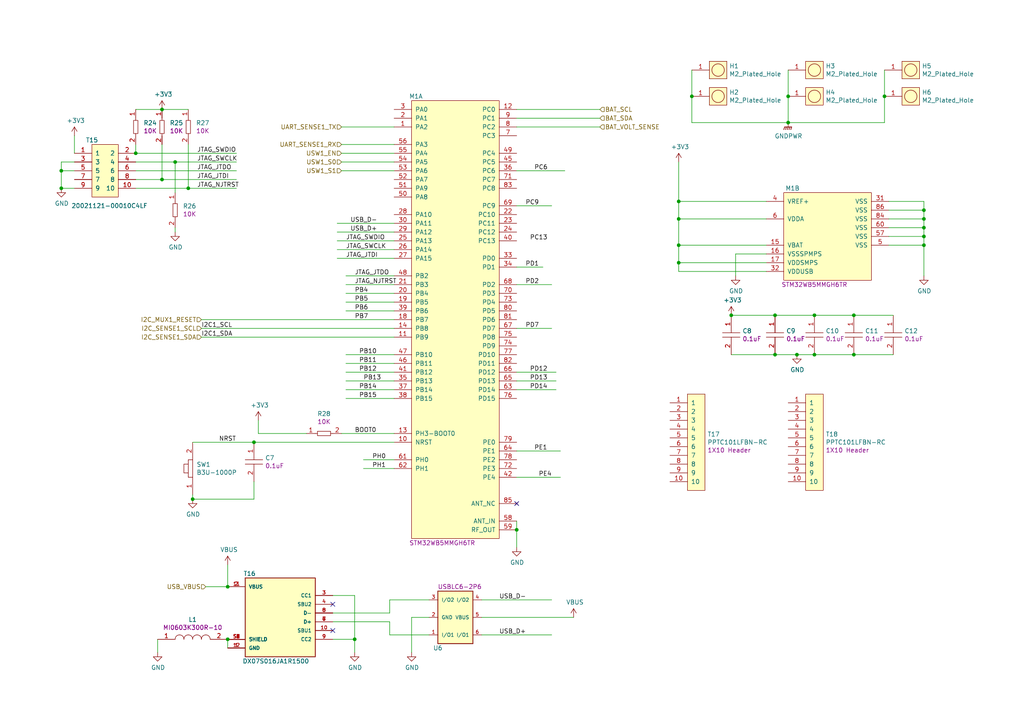
<source format=kicad_sch>
(kicad_sch (version 20231120) (generator "eeschema") (generator_version "8.0")
  (paper "A4")
  (junction (at 55.88 144.78))
  (junction (at 46.99 31.75))
  (junction (at 267.97 60.96))
  (junction (at 50.8 46.99))
  (junction (at 228.6 27.94))
  (junction (at 73.66 128.27))
  (junction (at 267.97 66.04))
  (junction (at 66.04 170.18))
  (junction (at 46.99 52.07))
  (junction (at 66.04 185.42))
  (junction (at 267.97 68.58))
  (junction (at 196.85 58.42))
  (junction (at 102.87 185.42))
  (junction (at 231.14 102.87))
  (junction (at 17.78 54.61))
  (junction (at 212.09 91.44))
  (junction (at 54.61 54.61))
  (junction (at 17.78 49.53))
  (junction (at 224.79 102.87))
  (junction (at 200.66 27.94))
  (junction (at 247.65 102.87))
  (junction (at 196.85 71.12))
  (junction (at 224.79 91.44))
  (junction (at 228.6 35.56))
  (junction (at 196.85 63.5))
  (junction (at 267.97 71.12))
  (junction (at 236.22 91.44))
  (junction (at 247.65 91.44))
  (junction (at 236.22 102.87))
  (junction (at 149.86 153.67))
  (junction (at 256.54 27.94))
  (junction (at 196.85 76.2))
  (junction (at 39.37 44.45))
  (junction (at 267.97 63.5))
  (no_connect (at 96.52 182.88))
  (no_connect (at 149.86 146.05))
  (no_connect (at 96.52 175.26))
  (wire (pts (xy 68.58 49.53) (xy 39.37 49.53)))
  (wire (pts (xy 114.3 80.01) (xy 100.33 80.01)))
  (wire (pts (xy 173.99 31.75) (xy 149.86 31.75)))
  (wire (pts (xy 222.25 58.42) (xy 196.85 58.42)))
  (wire (pts (xy 149.86 95.25) (xy 160.02 95.25)))
  (wire (pts (xy 39.37 41.91) (xy 39.37 44.45)))
  (wire (pts (xy 114.3 44.45) (xy 99.06 44.45)))
  (wire (pts (xy 114.3 87.63) (xy 100.33 87.63)))
  (wire (pts (xy 224.79 102.87) (xy 231.14 102.87)))
  (wire (pts (xy 267.97 71.12) (xy 267.97 80.01)))
  (wire (pts (xy 173.99 36.83) (xy 149.86 36.83)))
  (wire (pts (xy 55.88 143.51) (xy 55.88 144.78)))
  (wire (pts (xy 196.85 63.5) (xy 196.85 58.42)))
  (wire (pts (xy 257.81 60.96) (xy 267.97 60.96)))
  (wire (pts (xy 68.58 54.61) (xy 54.61 54.61)))
  (wire (pts (xy 114.3 72.39) (xy 97.79 72.39)))
  (wire (pts (xy 196.85 71.12) (xy 196.85 63.5)))
  (wire (pts (xy 149.86 138.43) (xy 162.56 138.43)))
  (wire (pts (xy 224.79 91.44) (xy 236.22 91.44)))
  (wire (pts (xy 257.81 66.04) (xy 267.97 66.04)))
  (wire (pts (xy 99.06 41.91) (xy 114.3 41.91)))
  (wire (pts (xy 54.61 54.61) (xy 39.37 54.61)))
  (wire (pts (xy 114.3 135.89) (xy 105.41 135.89)))
  (wire (pts (xy 102.87 189.23) (xy 102.87 185.42)))
  (wire (pts (xy 228.6 35.56) (xy 256.54 35.56)))
  (wire (pts (xy 267.97 58.42) (xy 267.97 60.96)))
  (wire (pts (xy 236.22 91.44) (xy 247.65 91.44)))
  (wire (pts (xy 114.3 85.09) (xy 100.33 85.09)))
  (wire (pts (xy 66.04 163.83) (xy 66.04 170.18)))
  (wire (pts (xy 46.99 52.07) (xy 68.58 52.07)))
  (wire (pts (xy 114.3 69.85) (xy 97.79 69.85)))
  (wire (pts (xy 39.37 52.07) (xy 46.99 52.07)))
  (wire (pts (xy 124.46 179.07) (xy 119.38 179.07)))
  (wire (pts (xy 256.54 27.94) (xy 256.54 20.32)))
  (wire (pts (xy 114.3 102.87) (xy 100.33 102.87)))
  (wire (pts (xy 212.09 91.44) (xy 224.79 91.44)))
  (wire (pts (xy 55.88 144.78) (xy 73.66 144.78)))
  (wire (pts (xy 149.86 77.47) (xy 157.48 77.47)))
  (wire (pts (xy 97.79 74.93) (xy 114.3 74.93)))
  (wire (pts (xy 200.66 35.56) (xy 228.6 35.56)))
  (wire (pts (xy 222.25 63.5) (xy 196.85 63.5)))
  (wire (pts (xy 228.6 35.56) (xy 228.6 27.94)))
  (wire (pts (xy 231.14 102.87) (xy 236.22 102.87)))
  (wire (pts (xy 96.52 172.72) (xy 102.87 172.72)))
  (wire (pts (xy 74.93 125.73) (xy 88.9 125.73)))
  (wire (pts (xy 236.22 102.87) (xy 247.65 102.87)))
  (wire (pts (xy 257.81 58.42) (xy 267.97 58.42)))
  (wire (pts (xy 113.03 173.99) (xy 124.46 173.99)))
  (wire (pts (xy 114.3 82.55) (xy 100.33 82.55)))
  (wire (pts (xy 66.04 170.18) (xy 59.69 170.18)))
  (wire (pts (xy 196.85 76.2) (xy 196.85 71.12)))
  (wire (pts (xy 267.97 68.58) (xy 267.97 71.12)))
  (wire (pts (xy 114.3 97.79) (xy 58.42 97.79)))
  (wire (pts (xy 45.72 185.42) (xy 45.72 189.23)))
  (wire (pts (xy 114.3 125.73) (xy 99.06 125.73)))
  (wire (pts (xy 17.78 46.99) (xy 17.78 49.53)))
  (wire (pts (xy 21.59 49.53) (xy 17.78 49.53)))
  (wire (pts (xy 267.97 63.5) (xy 267.97 66.04)))
  (wire (pts (xy 73.66 144.78) (xy 73.66 139.7)))
  (wire (pts (xy 139.7 173.99) (xy 160.02 173.99)))
  (wire (pts (xy 54.61 41.91) (xy 54.61 54.61)))
  (wire (pts (xy 113.03 177.8) (xy 113.03 173.99)))
  (wire (pts (xy 222.25 71.12) (xy 196.85 71.12)))
  (wire (pts (xy 149.86 82.55) (xy 160.02 82.55)))
  (wire (pts (xy 247.65 102.87) (xy 259.08 102.87)))
  (wire (pts (xy 200.66 20.32) (xy 200.66 27.94)))
  (wire (pts (xy 96.52 177.8) (xy 113.03 177.8)))
  (wire (pts (xy 139.7 184.15) (xy 160.02 184.15)))
  (wire (pts (xy 149.86 151.13) (xy 149.86 153.67)))
  (wire (pts (xy 17.78 49.53) (xy 17.78 54.61)))
  (wire (pts (xy 54.61 31.75) (xy 46.99 31.75)))
  (wire (pts (xy 21.59 46.99) (xy 17.78 46.99)))
  (wire (pts (xy 74.93 121.92) (xy 74.93 125.73)))
  (wire (pts (xy 259.08 91.44) (xy 247.65 91.44)))
  (wire (pts (xy 222.25 76.2) (xy 196.85 76.2)))
  (wire (pts (xy 114.3 64.77) (xy 97.79 64.77)))
  (wire (pts (xy 173.99 34.29) (xy 149.86 34.29)))
  (wire (pts (xy 213.36 73.66) (xy 213.36 80.01)))
  (wire (pts (xy 21.59 44.45) (xy 21.59 39.37)))
  (wire (pts (xy 68.58 44.45) (xy 39.37 44.45)))
  (wire (pts (xy 149.86 113.03) (xy 161.29 113.03)))
  (wire (pts (xy 99.06 49.53) (xy 114.3 49.53)))
  (wire (pts (xy 267.97 60.96) (xy 267.97 63.5)))
  (wire (pts (xy 257.81 68.58) (xy 267.97 68.58)))
  (wire (pts (xy 114.3 92.71) (xy 58.42 92.71)))
  (wire (pts (xy 46.99 41.91) (xy 46.99 52.07)))
  (wire (pts (xy 149.86 59.69) (xy 160.02 59.69)))
  (wire (pts (xy 267.97 66.04) (xy 267.97 68.58)))
  (wire (pts (xy 21.59 54.61) (xy 17.78 54.61)))
  (wire (pts (xy 114.3 128.27) (xy 73.66 128.27)))
  (wire (pts (xy 212.09 102.87) (xy 224.79 102.87)))
  (wire (pts (xy 96.52 180.34) (xy 113.03 180.34)))
  (wire (pts (xy 139.7 179.07) (xy 166.37 179.07)))
  (wire (pts (xy 102.87 172.72) (xy 102.87 185.42)))
  (wire (pts (xy 99.06 36.83) (xy 114.3 36.83)))
  (wire (pts (xy 114.3 133.35) (xy 105.41 133.35)))
  (wire (pts (xy 50.8 67.31) (xy 50.8 66.04)))
  (wire (pts (xy 196.85 78.74) (xy 222.25 78.74)))
  (wire (pts (xy 196.85 76.2) (xy 196.85 78.74)))
  (wire (pts (xy 50.8 55.88) (xy 50.8 46.99)))
  (wire (pts (xy 196.85 58.42) (xy 196.85 46.99)))
  (wire (pts (xy 113.03 184.15) (xy 124.46 184.15)))
  (wire (pts (xy 50.8 46.99) (xy 68.58 46.99)))
  (wire (pts (xy 200.66 27.94) (xy 200.66 35.56)))
  (wire (pts (xy 114.3 105.41) (xy 100.33 105.41)))
  (wire (pts (xy 46.99 31.75) (xy 39.37 31.75)))
  (wire (pts (xy 256.54 35.56) (xy 256.54 27.94)))
  (wire (pts (xy 257.81 63.5) (xy 267.97 63.5)))
  (wire (pts (xy 222.25 73.66) (xy 213.36 73.66)))
  (wire (pts (xy 257.81 71.12) (xy 267.97 71.12)))
  (wire (pts (xy 99.06 46.99) (xy 114.3 46.99)))
  (wire (pts (xy 113.03 180.34) (xy 113.03 184.15)))
  (wire (pts (xy 114.3 67.31) (xy 97.79 67.31)))
  (wire (pts (xy 114.3 107.95) (xy 100.33 107.95)))
  (wire (pts (xy 149.86 153.67) (xy 149.86 158.75)))
  (wire (pts (xy 73.66 128.27) (xy 55.88 128.27)))
  (wire (pts (xy 114.3 113.03) (xy 100.33 113.03)))
  (wire (pts (xy 66.04 185.42) (xy 66.04 187.96)))
  (wire (pts (xy 114.3 95.25) (xy 58.42 95.25)))
  (wire (pts (xy 114.3 115.57) (xy 100.33 115.57)))
  (wire (pts (xy 119.38 179.07) (xy 119.38 189.23)))
  (wire (pts (xy 114.3 90.17) (xy 100.33 90.17)))
  (wire (pts (xy 149.86 49.53) (xy 163.83 49.53)))
  (wire (pts (xy 100.33 110.49) (xy 114.3 110.49)))
  (wire (pts (xy 102.87 185.42) (xy 96.52 185.42)))
  (wire (pts (xy 39.37 46.99) (xy 50.8 46.99)))
  (wire (pts (xy 149.86 107.95) (xy 161.29 107.95)))
  (wire (pts (xy 149.86 110.49) (xy 161.29 110.49)))
  (wire (pts (xy 228.6 27.94) (xy 228.6 20.32)))
  (wire (pts (xy 149.86 130.81) (xy 162.56 130.81)))
  (label "I2C1_SCL" (at 58.42 95.25 0))
  (label "JTAG_NJTRST" (at 102.87 82.55 0))
  (label "PB7" (at 102.87 92.71 0))
  (label "PB5" (at 102.87 87.63 0))
  (label "NRST" (at 63.5 128.27 0))
  (label "PD14" (at 153.67 113.03 0))
  (label "PB11" (at 104.14 105.41 0))
  (label "USB_D-" (at 144.78 173.99 0))
  (label "JTAG_SWCLK" (at 100.33 72.39 0))
  (label "PD7" (at 152.4 95.25 0))
  (label "PB12" (at 104.14 107.95 0))
  (label "JTAG_SWDIO" (at 57.15 44.45 0))
  (label "JTAG_NJTRST" (at 57.15 54.61 0))
  (label "I2C1_SDA" (at 58.42 97.79 0))
  (label "JTAG_JTDI" (at 57.15 52.07 0))
  (label "USB_D+" (at 101.6 67.31 0))
  (label "PH0" (at 107.95 133.35 0))
  (label "PE4" (at 156.21 138.43 0))
  (label "PB4" (at 102.87 85.09 0))
  (label "USB_D+" (at 144.78 184.15 0))
  (label "PE1" (at 154.94 130.81 0))
  (label "PC6" (at 154.94 49.53 0))
  (label "PD1" (at 152.4 77.47 0))
  (label "PC13" (at 153.67 69.85 0))
  (label "BOOT0" (at 102.87 125.73 0))
  (label "PH1" (at 107.95 135.89 0))
  (label "JTAG_JTDO" (at 102.87 80.01 0))
  (label "PB6" (at 102.87 90.17 0))
  (label "JTAG_JTDI" (at 100.33 74.93 0))
  (label "PD12" (at 153.67 107.95 0))
  (label "PD13" (at 153.67 110.49 0))
  (label "PB10" (at 104.14 102.87 0))
  (label "JTAG_JTDO" (at 57.15 49.53 0))
  (label "PB13" (at 105.41 110.49 0))
  (label "PB15" (at 104.14 115.57 0))
  (label "PD2" (at 152.4 82.55 0))
  (label "PB14" (at 104.14 113.03 0))
  (label "JTAG_SWDIO" (at 100.33 69.85 0))
  (label "USB_D-" (at 101.6 64.77 0))
  (label "PC9" (at 152.4 59.69 0))
  (label "JTAG_SWCLK" (at 57.15 46.99 0))
  (hierarchical_label "BAT_SCL" (shape input) (at 173.99 31.75 0))
  (hierarchical_label "BAT_SDA" (shape input) (at 173.99 34.29 0))
  (hierarchical_label "USW1_S1" (shape input) (at 99.06 49.53 180))
  (hierarchical_label "I2C_MUX1_RESET" (shape input) (at 58.42 92.71 180))
  (hierarchical_label "I2C_SENSE1_SCL" (shape input) (at 58.42 95.25 180))
  (hierarchical_label "UART_SENSE1_TX" (shape input) (at 99.06 36.83 180))
  (hierarchical_label "I2C_SENSE1_SDA" (shape input) (at 58.42 97.79 180))
  (hierarchical_label "USB_VBUS" (shape input) (at 59.69 170.18 180))
  (hierarchical_label "UART_SENSE1_RX" (shape input) (at 99.06 41.91 180))
  (hierarchical_label "USW1_EN" (shape input) (at 99.06 44.45 180))
  (hierarchical_label "BAT_VOLT_SENSE" (shape input) (at 173.99 36.83 0))
  (hierarchical_label "USW1_S0" (shape input) (at 99.06 46.99 180))
  (symbol (lib_id "AVR-KiCAD-Lib-Modules:STM32WB5MMGH6TR") (at 119.38 29.21 0) (unit 1)
    (property "Reference" "M1" (at 120.65 27.94 0))
    (property "Value" "STM32WB5MMGH6TR" (effects (hide yes)))
    (property "Footprint" "AVR-KiCAD-Lib-Modules:STM32WB5MMGH6TR" (effects (hide yes)))
    (property "Datasheet" "https://www.st.com/resource/en/datasheet/stm32wb5mmg.pdf" (effects (hide yes)))
    (property "Cost QTY: 1" "12.98000" (effects (hide yes)))
    (property "Cost QTY: 1000" "9.01250" (effects (hide yes)))
    (property "Cost QTY: 2500" "*" (effects (hide yes)))
    (property "Cost QTY: 5000" "*" (effects (hide yes)))
    (property "Cost QTY: 10000" "*" (effects (hide yes)))
    (property "MFR" "STMicroelectronics" (effects (hide yes)))
    (property "MFR#" "STM32WB5MMGH6TR" (effects (hide yes)))
    (property "Vendor" "Digikey" (effects (hide yes)))
    (property "Vendor #" "497-STM32WB5MMGH6TR-ND" (effects (hide yes)))
    (property "Designer" "AVR" (effects (hide yes)))
    (property "Height" "1.382mm" (effects (hide yes)))
    (property "Date Created" "2/8/2021" (effects (hide yes)))
    (property "Date Modified" "2/8/2021" (effects (hide yes)))
    (property "Lead-Free ?" "Yes" (effects (hide yes)))
    (property "RoHS Levels" "1" (effects (hide yes)))
    (property "Mounting" "SMT" (effects (hide yes)))
    (property "Pin Count #" "86" (effects (hide yes)))
    (property "Status" "Active" (effects (hide yes)))
    (property "Tolerance" "*" (effects (hide yes)))
    (property "Type" "RF and MCU Integrated Module" (effects (hide yes)))
    (property "Voltage" "1.71-3.6V" (effects (hide yes)))
    (property "Package" "*" (effects (hide yes)))
    (property "Description" "802.15.4, Bluetooth Bluetooth v5.0, Thread, Zigbee® Transceiver Module 2.4GHz Integrated, Chip Surface Mount" (effects (hide yes)))
    (property "_Value_" "STM32WB5MMGH6TR" (at 128.27 157.48 0))
    (property "Management_ID" "*" (effects (hide yes)))
  )
  (symbol (lib_id "AVR-KiCAD-Lib-Modules:STM32WB5MMGH6TR") (at 227.33 55.88 0) (unit 2)
    (property "Reference" "M1" (at 229.87 54.61 0))
    (property "Value" "STM32WB5MMGH6TR" (effects (hide yes)))
    (property "Footprint" "AVR-KiCAD-Lib-Modules:STM32WB5MMGH6TR" (effects (hide yes)))
    (property "Datasheet" "https://www.st.com/resource/en/datasheet/stm32wb5mmg.pdf" (effects (hide yes)))
    (property "Cost QTY: 1" "12.98000" (effects (hide yes)))
    (property "Cost QTY: 1000" "9.01250" (effects (hide yes)))
    (property "Cost QTY: 2500" "*" (effects (hide yes)))
    (property "Cost QTY: 5000" "*" (effects (hide yes)))
    (property "Cost QTY: 10000" "*" (effects (hide yes)))
    (property "MFR" "STMicroelectronics" (effects (hide yes)))
    (property "MFR#" "STM32WB5MMGH6TR" (effects (hide yes)))
    (property "Vendor" "Digikey" (effects (hide yes)))
    (property "Vendor #" "497-STM32WB5MMGH6TR-ND" (effects (hide yes)))
    (property "Designer" "AVR" (effects (hide yes)))
    (property "Height" "1.382mm" (effects (hide yes)))
    (property "Date Created" "2/8/2021" (effects (hide yes)))
    (property "Date Modified" "2/8/2021" (effects (hide yes)))
    (property "Lead-Free ?" "Yes" (effects (hide yes)))
    (property "RoHS Levels" "1" (effects (hide yes)))
    (property "Mounting" "SMT" (effects (hide yes)))
    (property "Pin Count #" "86" (effects (hide yes)))
    (property "Status" "Active" (effects (hide yes)))
    (property "Tolerance" "*" (effects (hide yes)))
    (property "Type" "RF and MCU Integrated Module" (effects (hide yes)))
    (property "Voltage" "1.71-3.6V" (effects (hide yes)))
    (property "Package" "*" (effects (hide yes)))
    (property "Description" "802.15.4, Bluetooth Bluetooth v5.0, Thread, Zigbee® Transceiver Module 2.4GHz Integrated, Chip Surface Mount" (effects (hide yes)))
    (property "_Value_" "STM32WB5MMGH6TR" (at 236.22 82.55 0))
    (property "Management_ID" "*" (effects (hide yes)))
  )
  (symbol (lib_id "agricoltura-SunLeaf-2.4G-rescue:GND-power") (at 267.97 80.01 0) (unit 1)
    (property "Reference" "#PWR053" (effects (hide yes)))
    (property "Value" "GND" (at 268.097 84.4042 0))
  )
  (symbol (lib_id "AVR-KiCAD-Lib-Connectors:20021121-00010C4LF") (at 26.67 41.91 0) (unit 1)
    (property "Reference" "T15" (at 26.67 40.64 0))
    (property "Value" "20021121-00010C4LF" (at 31.75 59.69 0))
    (property "Footprint" "AVR-KiCAD-Lib-Connectors:20021121-00010C4LF" (effects (hide yes)))
    (property "Datasheet" "https://cdn.amphenol-icc.com/media/wysiwyg/files/drawing/20021121.pdf" (effects (hide yes)))
    (property "Cost QTY: 1" "0.87000" (effects (hide yes)))
    (property "Cost QTY: 1000" "*" (effects (hide yes)))
    (property "Cost QTY: 2500" "*" (effects (hide yes)))
    (property "Cost QTY: 5000" "*" (effects (hide yes)))
    (property "Cost QTY: 10000" "*" (effects (hide yes)))
    (property "MFR" "Amphenol ICC (FCI)" (effects (hide yes)))
    (property "MFR#" "20021121-00010C4LF" (effects (hide yes)))
    (property "Vendor" "Digikey" (effects (hide yes)))
    (property "Vendor #" "609-3695-1-ND" (effects (hide yes)))
    (property "Designer" "AVR" (effects (hide yes)))
    (property "Height" "5.5mm" (effects (hide yes)))
    (property "Date Created" "6/16/2020" (effects (hide yes)))
    (property "Date Modified" "6/16/2020" (effects (hide yes)))
    (property "Lead-Free ?" "Yes" (effects (hide yes)))
    (property "RoHS Levels" "1" (effects (hide yes)))
    (property "Mounting" "SMT" (effects (hide yes)))
    (property "Pin Count #" "10" (effects (hide yes)))
    (property "Status" "Active" (effects (hide yes)))
    (property "Tolerance" "*" (effects (hide yes)))
    (property "Type" "SMT Pin Header" (effects (hide yes)))
    (property "Voltage" "*" (effects (hide yes)))
    (property "Package" "*" (effects (hide yes)))
    (property "Description" "CONN HEADER SMD 10POS 1.27MM" (effects (hide yes)))
    (property "_Value_" "20021121-00010C4LF" (effects (hide yes)))
    (property "Management_ID" "*" (effects (hide yes)))
  )
  (symbol (lib_id "agricoltura-SunLeaf-2.4G-rescue:+3V3-power") (at 196.85 46.99 0) (unit 1)
    (property "Reference" "#PWR049" (effects (hide yes)))
    (property "Value" "+3V3" (at 197.231 42.5958 0))
  )
  (symbol (lib_id "agricoltura-SunLeaf-2.4G-rescue:GND-power") (at 213.36 80.01 0) (unit 1)
    (property "Reference" "#PWR051" (effects (hide yes)))
    (property "Value" "GND" (at 213.487 84.4042 0))
  )
  (symbol (lib_id "agricoltura-SunLeaf-2.4G-rescue:GND-power") (at 149.86 158.75 0) (unit 1)
    (property "Reference" "#PWR047" (effects (hide yes)))
    (property "Value" "GND" (at 149.987 163.1442 0))
  )
  (symbol (lib_id "AVR-KiCAD-Lib-Resistors:RC0402FR-0710KL") (at 93.98 125.73 0) (unit 1)
    (property "Reference" "R28" (at 93.98 120.015 0))
    (property "Value" "RC0402FR-0710KL" (effects (hide yes)))
    (property "Footprint" "AVR-KiCAD-Lib-Resistors:R0402" (effects (hide yes)))
    (property "Datasheet" "https://www.yageo.com/upload/media/product/productsearch/datasheet/rchip/PYu-RC_Group_51_RoHS_L_10.pdf" (effects (hide yes)))
    (property "Cost QTY: 1" "0.10000" (effects (hide yes)))
    (property "Cost QTY: 1000" "0.00289" (effects (hide yes)))
    (property "Cost QTY: 2500" "0.00251" (effects (hide yes)))
    (property "Cost QTY: 5000" "0.00207" (effects (hide yes)))
    (property "Cost QTY: 10000" "*" (effects (hide yes)))
    (property "MFR" "Yageo" (effects (hide yes)))
    (property "MFR#" "RC0402FR-0710KL" (effects (hide yes)))
    (property "Vendor" "Digikey" (effects (hide yes)))
    (property "Vendor #" "311-10.0KLRCT-ND" (effects (hide yes)))
    (property "Designer" "AVR" (effects (hide yes)))
    (property "Height" "0.4mm" (effects (hide yes)))
    (property "Date Created" "12/11/2019" (effects (hide yes)))
    (property "Date Modified" "12/11/2019" (effects (hide yes)))
    (property "Lead-Free ?" "Yes" (effects (hide yes)))
    (property "RoHS Levels" "1" (effects (hide yes)))
    (property "Mounting" "SMT" (effects (hide yes)))
    (property "Pin Count #" "2" (effects (hide yes)))
    (property "Status" "Active" (effects (hide yes)))
    (property "Tolerance" "1%" (effects (hide yes)))
    (property "Type" "Thick FIlm Resistor" (effects (hide yes)))
    (property "Voltage" "*" (effects (hide yes)))
    (property "Package" "0402" (effects (hide yes)))
    (property "_Value_" "10K" (at 93.98 122.3264 0))
    (property "Management_ID" "*" (effects (hide yes)))
    (property "Description" "10 kOhms ±1% 0.063W, 1/16W Chip Resistor 0402 (1005 Metric) Moisture Resistant Thick Film" (effects (hide yes)))
  )
  (symbol (lib_id "AVR-KiCAD-Lib-Mech-Switches:B3U-1000P") (at 55.88 135.89 90) (unit 1)
    (property "Reference" "SW1" (at 56.9976 134.7216 90) (effects (justify right)))
    (property "Value" "B3U-1000P" (at 56.9976 137.033 90) (effects (justify right)))
    (property "Footprint" "AVR-KiCAD-Lib-Mech-Switches:B3U-1000P" (effects (hide yes)))
    (property "Datasheet" "https://omronfs.omron.com/en_US/ecb/products/pdf/en-b3u.pdf" (effects (hide yes)))
    (property "Cost QTY: 1" "0.98000" (effects (hide yes)))
    (property "Cost QTY: 1000" "0.59822" (effects (hide yes)))
    (property "Cost QTY: 2500" "*" (effects (hide yes)))
    (property "Cost QTY: 5000" "*" (effects (hide yes)))
    (property "Cost QTY: 10000" "*" (effects (hide yes)))
    (property "MFR" "Omron Electronics Inc-EMC Div" (effects (hide yes)))
    (property "MFR#" "B3U-1000P" (effects (hide yes)))
    (property "Vendor" "Digikey" (effects (hide yes)))
    (property "Vendor #" "SW1020CT-ND" (effects (hide yes)))
    (property "Designer" "AVR" (effects (hide yes)))
    (property "Height" "1.6mm" (effects (hide yes)))
    (property "Date Created" "6/15/2020" (effects (hide yes)))
    (property "Date Modified" "6/15/2020" (effects (hide yes)))
    (property "Lead-Free ?" "Yes" (effects (hide yes)))
    (property "RoHS Levels" "1" (effects (hide yes)))
    (property "Mounting" "SMT" (effects (hide yes)))
    (property "Pin Count #" "2" (effects (hide yes)))
    (property "Status" "Active" (effects (hide yes)))
    (property "Tolerance" "*" (effects (hide yes)))
    (property "Type" "Switch" (effects (hide yes)))
    (property "Voltage" "*" (effects (hide yes)))
    (property "Package" "Proprietary" (effects (hide yes)))
    (property "Description" "Tactile Switch SPST-NO Top Actuated Surface Mount" (effects (hide yes)))
    (property "_Value_" "B3U-1000P" (effects (hide yes)))
    (property "Management_ID" "*" (effects (hide yes)))
  )
  (symbol (lib_id "AVR-KiCAD-Lib-Capacitors:C0402C104K9PACTU") (at 73.66 133.35 270) (unit 1)
    (property "Reference" "C7" (at 76.9112 132.8166 90) (effects (justify left)))
    (property "Value" "C0402C104K9PACTU" (effects (hide yes)))
    (property "Footprint" "AVR-KiCAD-Lib-Resistors:R0402" (effects (hide yes)))
    (property "Datasheet" "https://content.kemet.com/datasheets/KEM_C1006_X5R_SMD.pdf" (effects (hide yes)))
    (property "Cost QTY: 1" "0.10000" (effects (hide yes)))
    (property "Cost QTY: 1000" "0.01139" (effects (hide yes)))
    (property "Cost QTY: 2500" "0.01035" (effects (hide yes)))
    (property "Cost QTY: 5000" "0.00952" (effects (hide yes)))
    (property "Cost QTY: 10000" "0.00756" (effects (hide yes)))
    (property "MFR" "KEMET" (effects (hide yes)))
    (property "MFR#" "C0402C104K9PACTU" (effects (hide yes)))
    (property "Vendor" "Digikey" (effects (hide yes)))
    (property "Vendor #" "399-3026-6-ND" (effects (hide yes)))
    (property "Designer" "AVR" (effects (hide yes)))
    (property "Height" "0.55mm" (effects (hide yes)))
    (property "Date Created" "12/7/2019" (effects (hide yes)))
    (property "Date Modified" "12/7/2019" (effects (hide yes)))
    (property "Lead-Free ?" "Yes" (effects (hide yes)))
    (property "RoHS Levels" "1" (effects (hide yes)))
    (property "Mounting" "SMT" (effects (hide yes)))
    (property "Pin Count #" "2" (effects (hide yes)))
    (property "Status" "Active" (effects (hide yes)))
    (property "Tolerance" "10%" (effects (hide yes)))
    (property "Type" "Ceramic Cap" (effects (hide yes)))
    (property "Voltage" "6.3V" (effects (hide yes)))
    (property "Package" "0402" (effects (hide yes)))
    (property "Description" "0.1µF ±10% 6.3V Ceramic Capacitor X5R 0402 (1005 Metric)" (effects (hide yes)))
    (property "_Value_" "0.1uF" (at 76.9112 135.128 90) (effects (justify left)))
    (property "Management_ID" "*" (effects (hide yes)))
  )
  (symbol (lib_id "agricoltura-SunLeaf-2.4G-rescue:GND-power") (at 55.88 144.78 0) (unit 1)
    (property "Reference" "#PWR042" (effects (hide yes)))
    (property "Value" "GND" (at 56.007 149.1742 0))
  )
  (symbol (lib_id "AVR-KiCAD-Lib-Connectors:DX07S016JA1R1500") (at 91.44 167.64 0) (mirror y) (unit 1)
    (property "Reference" "T16" (at 72.39 166.37 0))
    (property "Value" "DX07S016JA1R1500" (at 80.01 191.77 0))
    (property "Footprint" "AVR-KiCAD-Lib-Connectors:JAE_DX07S016JA1R1500" (effects (hide yes)))
    (property "Datasheet" "https://www.jae.com/direct/topics/topics_file_download/?topics_id=91780&ext_no=04&_lang=en&v=2020041313384666992409" (effects (hide yes)))
    (property "Cost QTY: 1" "1.51000" (effects (hide yes)))
    (property "Cost QTY: 1000" "0.81200" (effects (hide yes)))
    (property "Cost QTY: 2500" "*" (effects (hide yes)))
    (property "Cost QTY: 5000" "*" (effects (hide yes)))
    (property "Cost QTY: 10000" "*" (effects (hide yes)))
    (property "MFR" "JAE Electronics" (effects (hide yes)))
    (property "MFR#" "DX07S016JA1R1500" (effects (hide yes)))
    (property "Vendor" "Digikey" (effects (hide yes)))
    (property "Vendor #" "670-DX07S016JA1R1500TR-ND" (effects (hide yes)))
    (property "Designer" "AVR" (effects (hide yes)))
    (property "Height" "3.2mm" (effects (hide yes)))
    (property "Date Created" "2/10/2021" (effects (hide yes)))
    (property "Date Modified" "2/10/2021" (effects (hide yes)))
    (property "Lead-Free ?" "Yes" (effects (hide yes)))
    (property "RoHS Levels" "1" (effects (hide yes)))
    (property "Mounting" "Throughhole & SMT" (effects (hide yes)))
    (property "Pin Count #" "16" (effects (hide yes)))
    (property "Status" "Active" (effects (hide yes)))
    (property "Tolerance" "*" (effects (hide yes)))
    (property "Type" "USB-C" (effects (hide yes)))
    (property "Voltage" "20V" (effects (hide yes)))
    (property "Package" "*" (effects (hide yes)))
    (property "Description" "USB-C (USB TYPE-C) USB 2.0 Receptacle Connector 24 (16+8 Dummy) Position Surface Mount, Right Angle; Through Hole" (effects (hide yes)))
    (property "_Value_" "DX07S016JA1R1500" (effects (hide yes)))
    (property "Management_ID" "*" (effects (hide yes)))
  )
  (symbol (lib_id "agricoltura-SunLeaf-2.4G-rescue:GND-power") (at 45.72 189.23 0) (unit 1)
    (property "Reference" "#PWR039" (effects (hide yes)))
    (property "Value" "GND" (at 45.847 193.6242 0))
  )
  (symbol (lib_id "AVR-KiCAD-Lib-Capacitors:C0402C104K9PACTU") (at 212.09 96.52 270) (unit 1)
    (property "Reference" "C8" (at 215.3412 95.9866 90) (effects (justify left)))
    (property "Value" "C0402C104K9PACTU" (effects (hide yes)))
    (property "Footprint" "AVR-KiCAD-Lib-Resistors:R0402" (effects (hide yes)))
    (property "Datasheet" "https://content.kemet.com/datasheets/KEM_C1006_X5R_SMD.pdf" (effects (hide yes)))
    (property "Cost QTY: 1" "0.10000" (effects (hide yes)))
    (property "Cost QTY: 1000" "0.01139" (effects (hide yes)))
    (property "Cost QTY: 2500" "0.01035" (effects (hide yes)))
    (property "Cost QTY: 5000" "0.00952" (effects (hide yes)))
    (property "Cost QTY: 10000" "0.00756" (effects (hide yes)))
    (property "MFR" "KEMET" (effects (hide yes)))
    (property "MFR#" "C0402C104K9PACTU" (effects (hide yes)))
    (property "Vendor" "Digikey" (effects (hide yes)))
    (property "Vendor #" "399-3026-6-ND" (effects (hide yes)))
    (property "Designer" "AVR" (effects (hide yes)))
    (property "Height" "0.55mm" (effects (hide yes)))
    (property "Date Created" "12/7/2019" (effects (hide yes)))
    (property "Date Modified" "12/7/2019" (effects (hide yes)))
    (property "Lead-Free ?" "Yes" (effects (hide yes)))
    (property "RoHS Levels" "1" (effects (hide yes)))
    (property "Mounting" "SMT" (effects (hide yes)))
    (property "Pin Count #" "2" (effects (hide yes)))
    (property "Status" "Active" (effects (hide yes)))
    (property "Tolerance" "10%" (effects (hide yes)))
    (property "Type" "Ceramic Cap" (effects (hide yes)))
    (property "Voltage" "6.3V" (effects (hide yes)))
    (property "Package" "0402" (effects (hide yes)))
    (property "Description" "0.1µF ±10% 6.3V Ceramic Capacitor X5R 0402 (1005 Metric)" (effects (hide yes)))
    (property "_Value_" "0.1uF" (at 215.3412 98.298 90) (effects (justify left)))
    (property "Management_ID" "*" (effects (hide yes)))
  )
  (symbol (lib_id "AVR-KiCAD-Lib-Capacitors:C0402C104K9PACTU") (at 224.79 96.52 270) (unit 1)
    (property "Reference" "C9" (at 228.0412 95.9866 90) (effects (justify left)))
    (property "Value" "C0402C104K9PACTU" (effects (hide yes)))
    (property "Footprint" "AVR-KiCAD-Lib-Resistors:R0402" (effects (hide yes)))
    (property "Datasheet" "https://content.kemet.com/datasheets/KEM_C1006_X5R_SMD.pdf" (effects (hide yes)))
    (property "Cost QTY: 1" "0.10000" (effects (hide yes)))
    (property "Cost QTY: 1000" "0.01139" (effects (hide yes)))
    (property "Cost QTY: 2500" "0.01035" (effects (hide yes)))
    (property "Cost QTY: 5000" "0.00952" (effects (hide yes)))
    (property "Cost QTY: 10000" "0.00756" (effects (hide yes)))
    (property "MFR" "KEMET" (effects (hide yes)))
    (property "MFR#" "C0402C104K9PACTU" (effects (hide yes)))
    (property "Vendor" "Digikey" (effects (hide yes)))
    (property "Vendor #" "399-3026-6-ND" (effects (hide yes)))
    (property "Designer" "AVR" (effects (hide yes)))
    (property "Height" "0.55mm" (effects (hide yes)))
    (property "Date Created" "12/7/2019" (effects (hide yes)))
    (property "Date Modified" "12/7/2019" (effects (hide yes)))
    (property "Lead-Free ?" "Yes" (effects (hide yes)))
    (property "RoHS Levels" "1" (effects (hide yes)))
    (property "Mounting" "SMT" (effects (hide yes)))
    (property "Pin Count #" "2" (effects (hide yes)))
    (property "Status" "Active" (effects (hide yes)))
    (property "Tolerance" "10%" (effects (hide yes)))
    (property "Type" "Ceramic Cap" (effects (hide yes)))
    (property "Voltage" "6.3V" (effects (hide yes)))
    (property "Package" "0402" (effects (hide yes)))
    (property "Description" "0.1µF ±10% 6.3V Ceramic Capacitor X5R 0402 (1005 Metric)" (effects (hide yes)))
    (property "_Value_" "0.1uF" (at 228.0412 98.298 90) (effects (justify left)))
    (property "Management_ID" "*" (effects (hide yes)))
  )
  (symbol (lib_id "AVR-KiCAD-Lib-Capacitors:C0402C104K9PACTU") (at 236.22 96.52 270) (unit 1)
    (property "Reference" "C10" (at 239.4712 95.9866 90) (effects (justify left)))
    (property "Value" "C0402C104K9PACTU" (effects (hide yes)))
    (property "Footprint" "AVR-KiCAD-Lib-Resistors:R0402" (effects (hide yes)))
    (property "Datasheet" "https://content.kemet.com/datasheets/KEM_C1006_X5R_SMD.pdf" (effects (hide yes)))
    (property "Cost QTY: 1" "0.10000" (effects (hide yes)))
    (property "Cost QTY: 1000" "0.01139" (effects (hide yes)))
    (property "Cost QTY: 2500" "0.01035" (effects (hide yes)))
    (property "Cost QTY: 5000" "0.00952" (effects (hide yes)))
    (property "Cost QTY: 10000" "0.00756" (effects (hide yes)))
    (property "MFR" "KEMET" (effects (hide yes)))
    (property "MFR#" "C0402C104K9PACTU" (effects (hide yes)))
    (property "Vendor" "Digikey" (effects (hide yes)))
    (property "Vendor #" "399-3026-6-ND" (effects (hide yes)))
    (property "Designer" "AVR" (effects (hide yes)))
    (property "Height" "0.55mm" (effects (hide yes)))
    (property "Date Created" "12/7/2019" (effects (hide yes)))
    (property "Date Modified" "12/7/2019" (effects (hide yes)))
    (property "Lead-Free ?" "Yes" (effects (hide yes)))
    (property "RoHS Levels" "1" (effects (hide yes)))
    (property "Mounting" "SMT" (effects (hide yes)))
    (property "Pin Count #" "2" (effects (hide yes)))
    (property "Status" "Active" (effects (hide yes)))
    (property "Tolerance" "10%" (effects (hide yes)))
    (property "Type" "Ceramic Cap" (effects (hide yes)))
    (property "Voltage" "6.3V" (effects (hide yes)))
    (property "Package" "0402" (effects (hide yes)))
    (property "Description" "0.1µF ±10% 6.3V Ceramic Capacitor X5R 0402 (1005 Metric)" (effects (hide yes)))
    (property "_Value_" "0.1uF" (at 239.4712 98.298 90) (effects (justify left)))
    (property "Management_ID" "*" (effects (hide yes)))
  )
  (symbol (lib_id "AVR-KiCAD-Lib-Capacitors:C0402C104K9PACTU") (at 247.65 96.52 270) (unit 1)
    (property "Reference" "C11" (at 250.9012 95.9866 90) (effects (justify left)))
    (property "Value" "C0402C104K9PACTU" (effects (hide yes)))
    (property "Footprint" "AVR-KiCAD-Lib-Resistors:R0402" (effects (hide yes)))
    (property "Datasheet" "https://content.kemet.com/datasheets/KEM_C1006_X5R_SMD.pdf" (effects (hide yes)))
    (property "Cost QTY: 1" "0.10000" (effects (hide yes)))
    (property "Cost QTY: 1000" "0.01139" (effects (hide yes)))
    (property "Cost QTY: 2500" "0.01035" (effects (hide yes)))
    (property "Cost QTY: 5000" "0.00952" (effects (hide yes)))
    (property "Cost QTY: 10000" "0.00756" (effects (hide yes)))
    (property "MFR" "KEMET" (effects (hide yes)))
    (property "MFR#" "C0402C104K9PACTU" (effects (hide yes)))
    (property "Vendor" "Digikey" (effects (hide yes)))
    (property "Vendor #" "399-3026-6-ND" (effects (hide yes)))
    (property "Designer" "AVR" (effects (hide yes)))
    (property "Height" "0.55mm" (effects (hide yes)))
    (property "Date Created" "12/7/2019" (effects (hide yes)))
    (property "Date Modified" "12/7/2019" (effects (hide yes)))
    (property "Lead-Free ?" "Yes" (effects (hide yes)))
    (property "RoHS Levels" "1" (effects (hide yes)))
    (property "Mounting" "SMT" (effects (hide yes)))
    (property "Pin Count #" "2" (effects (hide yes)))
    (property "Status" "Active" (effects (hide yes)))
    (property "Tolerance" "10%" (effects (hide yes)))
    (property "Type" "Ceramic Cap" (effects (hide yes)))
    (property "Voltage" "6.3V" (effects (hide yes)))
    (property "Package" "0402" (effects (hide yes)))
    (property "Description" "0.1µF ±10% 6.3V Ceramic Capacitor X5R 0402 (1005 Metric)" (effects (hide yes)))
    (property "_Value_" "0.1uF" (at 250.9012 98.298 90) (effects (justify left)))
    (property "Management_ID" "*" (effects (hide yes)))
  )
  (symbol (lib_id "agricoltura-SunLeaf-2.4G-rescue:+3V3-power") (at 212.09 91.44 0) (unit 1)
    (property "Reference" "#PWR050" (effects (hide yes)))
    (property "Value" "+3V3" (at 212.471 87.0458 0))
  )
  (symbol (lib_id "agricoltura-SunLeaf-2.4G-rescue:GND-power") (at 231.14 102.87 0) (unit 1)
    (property "Reference" "#PWR052" (effects (hide yes)))
    (property "Value" "GND" (at 231.267 107.2642 0))
  )
  (symbol (lib_id "AVR-KiCAD-Lib-ICs:USBLC6-2P6") (at 127 189.23 0) (mirror x) (unit 1)
    (property "Reference" "U6" (at 127 187.96 0))
    (property "Value" "USBLC6-2P6" (effects (hide yes)))
    (property "Footprint" "AVR-KiCAD-Lib-ICs:SOT50P160X60-6N" (effects (hide yes)))
    (property "Datasheet" "https://www.st.com/content/ccc/resource/technical/document/datasheet/06/1d/48/9c/6c/20/4a/b2/CD00050750.pdf/files/CD00050750.pdf/jcr:content/translations/en.CD00050750.pdf" (effects (hide yes)))
    (property "Cost QTY: 1" "0.57000" (effects (hide yes)))
    (property "Cost QTY: 1000" "0.24640" (effects (hide yes)))
    (property "Cost QTY: 2500" "*" (effects (hide yes)))
    (property "Cost QTY: 5000" "*" (effects (hide yes)))
    (property "Cost QTY: 10000" "*" (effects (hide yes)))
    (property "MFR" "STMicroelectronics" (effects (hide yes)))
    (property "MFR#" "USBLC6-2P6" (effects (hide yes)))
    (property "Vendor" "Digikey" (effects (hide yes)))
    (property "Vendor #" "497-5026-2-ND" (effects (hide yes)))
    (property "Designer" "AVR" (effects (hide yes)))
    (property "Height" "*" (effects (hide yes)))
    (property "Date Created" "2/13/2021" (effects (hide yes)))
    (property "Date Modified" "2/13/2021" (effects (hide yes)))
    (property "Lead-Free ?" "Yes" (effects (hide yes)))
    (property "RoHS Levels" "1" (effects (hide yes)))
    (property "Mounting" "SMT" (effects (hide yes)))
    (property "Pin Count #" "6" (effects (hide yes)))
    (property "Status" "Active" (effects (hide yes)))
    (property "Tolerance" "*" (effects (hide yes)))
    (property "Type" "ESD Supressor USB" (effects (hide yes)))
    (property "Voltage" "17V Clamping" (effects (hide yes)))
    (property "Package" "SOT666" (effects (hide yes)))
    (property "Description" "17V Clamp 5A (8/20µs) Ipp Tvs Diode Surface Mount SOT-666" (effects (hide yes)))
    (property "_Value_" "USBLC6-2P6" (at 133.35 170.18 0))
    (property "Management_ID" "*" (effects (hide yes)))
  )
  (symbol (lib_id "agricoltura-SunLeaf-2.4G-rescue:GND-power") (at 119.38 189.23 0) (unit 1)
    (property "Reference" "#PWR046" (effects (hide yes)))
    (property "Value" "GND" (at 119.507 193.6242 0))
  )
  (symbol (lib_id "agricoltura-SunLeaf-2.4G-rescue:GND-power") (at 102.87 189.23 0) (unit 1)
    (property "Reference" "#PWR045" (effects (hide yes)))
    (property "Value" "GND" (at 102.997 193.6242 0))
  )
  (symbol (lib_id "AVR-KiCAD-Lib-Capacitors:C0402C104K9PACTU") (at 259.08 96.52 270) (unit 1)
    (property "Reference" "C12" (at 262.3312 95.9866 90) (effects (justify left)))
    (property "Value" "C0402C104K9PACTU" (effects (hide yes)))
    (property "Footprint" "AVR-KiCAD-Lib-Resistors:R0402" (effects (hide yes)))
    (property "Datasheet" "https://content.kemet.com/datasheets/KEM_C1006_X5R_SMD.pdf" (effects (hide yes)))
    (property "Cost QTY: 1" "0.10000" (effects (hide yes)))
    (property "Cost QTY: 1000" "0.01139" (effects (hide yes)))
    (property "Cost QTY: 2500" "0.01035" (effects (hide yes)))
    (property "Cost QTY: 5000" "0.00952" (effects (hide yes)))
    (property "Cost QTY: 10000" "0.00756" (effects (hide yes)))
    (property "MFR" "KEMET" (effects (hide yes)))
    (property "MFR#" "C0402C104K9PACTU" (effects (hide yes)))
    (property "Vendor" "Digikey" (effects (hide yes)))
    (property "Vendor #" "399-3026-6-ND" (effects (hide yes)))
    (property "Designer" "AVR" (effects (hide yes)))
    (property "Height" "0.55mm" (effects (hide yes)))
    (property "Date Created" "12/7/2019" (effects (hide yes)))
    (property "Date Modified" "12/7/2019" (effects (hide yes)))
    (property "Lead-Free ?" "Yes" (effects (hide yes)))
    (property "RoHS Levels" "1" (effects (hide yes)))
    (property "Mounting" "SMT" (effects (hide yes)))
    (property "Pin Count #" "2" (effects (hide yes)))
    (property "Status" "Active" (effects (hide yes)))
    (property "Tolerance" "10%" (effects (hide yes)))
    (property "Type" "Ceramic Cap" (effects (hide yes)))
    (property "Voltage" "6.3V" (effects (hide yes)))
    (property "Package" "0402" (effects (hide yes)))
    (property "Description" "0.1µF ±10% 6.3V Ceramic Capacitor X5R 0402 (1005 Metric)" (effects (hide yes)))
    (property "_Value_" "0.1uF" (at 262.3312 98.298 90) (effects (justify left)))
    (property "Management_ID" "*" (effects (hide yes)))
  )
  (symbol (lib_id "agricoltura-SunLeaf-2.4G-rescue:GND-power") (at 17.78 54.61 0) (unit 1)
    (property "Reference" "#PWR037" (effects (hide yes)))
    (property "Value" "GND" (at 17.907 59.0042 0))
  )
  (symbol (lib_id "agricoltura-SunLeaf-2.4G-rescue:+3V3-power") (at 21.59 39.37 0) (unit 1)
    (property "Reference" "#PWR038" (effects (hide yes)))
    (property "Value" "+3V3" (at 21.971 34.9758 0))
  )
  (symbol (lib_id "AVR-KiCAD-Lib-Resistors:RC0402FR-0710KL") (at 39.37 36.83 270) (unit 1)
    (property "Reference" "R24" (at 41.6052 35.6616 90) (effects (justify left)))
    (property "Value" "RC0402FR-0710KL" (effects (hide yes)))
    (property "Footprint" "AVR-KiCAD-Lib-Resistors:R0402" (effects (hide yes)))
    (property "Datasheet" "https://www.yageo.com/upload/media/product/productsearch/datasheet/rchip/PYu-RC_Group_51_RoHS_L_10.pdf" (effects (hide yes)))
    (property "Cost QTY: 1" "0.10000" (effects (hide yes)))
    (property "Cost QTY: 1000" "0.00289" (effects (hide yes)))
    (property "Cost QTY: 2500" "0.00251" (effects (hide yes)))
    (property "Cost QTY: 5000" "0.00207" (effects (hide yes)))
    (property "Cost QTY: 10000" "*" (effects (hide yes)))
    (property "MFR" "Yageo" (effects (hide yes)))
    (property "MFR#" "RC0402FR-0710KL" (effects (hide yes)))
    (property "Vendor" "Digikey" (effects (hide yes)))
    (property "Vendor #" "311-10.0KLRCT-ND" (effects (hide yes)))
    (property "Designer" "AVR" (effects (hide yes)))
    (property "Height" "0.4mm" (effects (hide yes)))
    (property "Date Created" "12/11/2019" (effects (hide yes)))
    (property "Date Modified" "12/11/2019" (effects (hide yes)))
    (property "Lead-Free ?" "Yes" (effects (hide yes)))
    (property "RoHS Levels" "1" (effects (hide yes)))
    (property "Mounting" "SMT" (effects (hide yes)))
    (property "Pin Count #" "2" (effects (hide yes)))
    (property "Status" "Active" (effects (hide yes)))
    (property "Tolerance" "1%" (effects (hide yes)))
    (property "Type" "Thick FIlm Resistor" (effects (hide yes)))
    (property "Voltage" "*" (effects (hide yes)))
    (property "Package" "0402" (effects (hide yes)))
    (property "_Value_" "10K" (at 41.6052 37.973 90) (effects (justify left)))
    (property "Management_ID" "*" (effects (hide yes)))
    (property "Description" "10 kOhms ±1% 0.063W, 1/16W Chip Resistor 0402 (1005 Metric) Moisture Resistant Thick Film" (effects (hide yes)))
  )
  (symbol (lib_id "AVR-KiCAD-Lib-Resistors:RC0402FR-0710KL") (at 50.8 60.96 270) (unit 1)
    (property "Reference" "R26" (at 53.0352 59.7916 90) (effects (justify left)))
    (property "Value" "RC0402FR-0710KL" (effects (hide yes)))
    (property "Footprint" "AVR-KiCAD-Lib-Resistors:R0402" (effects (hide yes)))
    (property "Datasheet" "https://www.yageo.com/upload/media/product/productsearch/datasheet/rchip/PYu-RC_Group_51_RoHS_L_10.pdf" (effects (hide yes)))
    (property "Cost QTY: 1" "0.10000" (effects (hide yes)))
    (property "Cost QTY: 1000" "0.00289" (effects (hide yes)))
    (property "Cost QTY: 2500" "0.00251" (effects (hide yes)))
    (property "Cost QTY: 5000" "0.00207" (effects (hide yes)))
    (property "Cost QTY: 10000" "*" (effects (hide yes)))
    (property "MFR" "Yageo" (effects (hide yes)))
    (property "MFR#" "RC0402FR-0710KL" (effects (hide yes)))
    (property "Vendor" "Digikey" (effects (hide yes)))
    (property "Vendor #" "311-10.0KLRCT-ND" (effects (hide yes)))
    (property "Designer" "AVR" (effects (hide yes)))
    (property "Height" "0.4mm" (effects (hide yes)))
    (property "Date Created" "12/11/2019" (effects (hide yes)))
    (property "Date Modified" "12/11/2019" (effects (hide yes)))
    (property "Lead-Free ?" "Yes" (effects (hide yes)))
    (property "RoHS Levels" "1" (effects (hide yes)))
    (property "Mounting" "SMT" (effects (hide yes)))
    (property "Pin Count #" "2" (effects (hide yes)))
    (property "Status" "Active" (effects (hide yes)))
    (property "Tolerance" "1%" (effects (hide yes)))
    (property "Type" "Thick FIlm Resistor" (effects (hide yes)))
    (property "Voltage" "*" (effects (hide yes)))
    (property "Package" "0402" (effects (hide yes)))
    (property "_Value_" "10K" (at 53.0352 62.103 90) (effects (justify left)))
    (property "Management_ID" "*" (effects (hide yes)))
    (property "Description" "10 kOhms ±1% 0.063W, 1/16W Chip Resistor 0402 (1005 Metric) Moisture Resistant Thick Film" (effects (hide yes)))
  )
  (symbol (lib_id "AVR-KiCAD-Lib-Resistors:RC0402FR-0710KL") (at 54.61 36.83 270) (unit 1)
    (property "Reference" "R27" (at 56.8452 35.6616 90) (effects (justify left)))
    (property "Value" "RC0402FR-0710KL" (effects (hide yes)))
    (property "Footprint" "AVR-KiCAD-Lib-Resistors:R0402" (effects (hide yes)))
    (property "Datasheet" "https://www.yageo.com/upload/media/product/productsearch/datasheet/rchip/PYu-RC_Group_51_RoHS_L_10.pdf" (effects (hide yes)))
    (property "Cost QTY: 1" "0.10000" (effects (hide yes)))
    (property "Cost QTY: 1000" "0.00289" (effects (hide yes)))
    (property "Cost QTY: 2500" "0.00251" (effects (hide yes)))
    (property "Cost QTY: 5000" "0.00207" (effects (hide yes)))
    (property "Cost QTY: 10000" "*" (effects (hide yes)))
    (property "MFR" "Yageo" (effects (hide yes)))
    (property "MFR#" "RC0402FR-0710KL" (effects (hide yes)))
    (property "Vendor" "Digikey" (effects (hide yes)))
    (property "Vendor #" "311-10.0KLRCT-ND" (effects (hide yes)))
    (property "Designer" "AVR" (effects (hide yes)))
    (property "Height" "0.4mm" (effects (hide yes)))
    (property "Date Created" "12/11/2019" (effects (hide yes)))
    (property "Date Modified" "12/11/2019" (effects (hide yes)))
    (property "Lead-Free ?" "Yes" (effects (hide yes)))
    (property "RoHS Levels" "1" (effects (hide yes)))
    (property "Mounting" "SMT" (effects (hide yes)))
    (property "Pin Count #" "2" (effects (hide yes)))
    (property "Status" "Active" (effects (hide yes)))
    (property "Tolerance" "1%" (effects (hide yes)))
    (property "Type" "Thick FIlm Resistor" (effects (hide yes)))
    (property "Voltage" "*" (effects (hide yes)))
    (property "Package" "0402" (effects (hide yes)))
    (property "_Value_" "10K" (at 56.8452 37.973 90) (effects (justify left)))
    (property "Management_ID" "*" (effects (hide yes)))
    (property "Description" "10 kOhms ±1% 0.063W, 1/16W Chip Resistor 0402 (1005 Metric) Moisture Resistant Thick Film" (effects (hide yes)))
  )
  (symbol (lib_id "AVR-KiCAD-Lib-Resistors:RC0402FR-0710KL") (at 46.99 36.83 270) (unit 1)
    (property "Reference" "R25" (at 49.2252 35.6616 90) (effects (justify left)))
    (property "Value" "RC0402FR-0710KL" (effects (hide yes)))
    (property "Footprint" "AVR-KiCAD-Lib-Resistors:R0402" (effects (hide yes)))
    (property "Datasheet" "https://www.yageo.com/upload/media/product/productsearch/datasheet/rchip/PYu-RC_Group_51_RoHS_L_10.pdf" (effects (hide yes)))
    (property "Cost QTY: 1" "0.10000" (effects (hide yes)))
    (property "Cost QTY: 1000" "0.00289" (effects (hide yes)))
    (property "Cost QTY: 2500" "0.00251" (effects (hide yes)))
    (property "Cost QTY: 5000" "0.00207" (effects (hide yes)))
    (property "Cost QTY: 10000" "*" (effects (hide yes)))
    (property "MFR" "Yageo" (effects (hide yes)))
    (property "MFR#" "RC0402FR-0710KL" (effects (hide yes)))
    (property "Vendor" "Digikey" (effects (hide yes)))
    (property "Vendor #" "311-10.0KLRCT-ND" (effects (hide yes)))
    (property "Designer" "AVR" (effects (hide yes)))
    (property "Height" "0.4mm" (effects (hide yes)))
    (property "Date Created" "12/11/2019" (effects (hide yes)))
    (property "Date Modified" "12/11/2019" (effects (hide yes)))
    (property "Lead-Free ?" "Yes" (effects (hide yes)))
    (property "RoHS Levels" "1" (effects (hide yes)))
    (property "Mounting" "SMT" (effects (hide yes)))
    (property "Pin Count #" "2" (effects (hide yes)))
    (property "Status" "Active" (effects (hide yes)))
    (property "Tolerance" "1%" (effects (hide yes)))
    (property "Type" "Thick FIlm Resistor" (effects (hide yes)))
    (property "Voltage" "*" (effects (hide yes)))
    (property "Package" "0402" (effects (hide yes)))
    (property "_Value_" "10K" (at 49.2252 37.973 90) (effects (justify left)))
    (property "Management_ID" "*" (effects (hide yes)))
    (property "Description" "10 kOhms ±1% 0.063W, 1/16W Chip Resistor 0402 (1005 Metric) Moisture Resistant Thick Film" (effects (hide yes)))
  )
  (symbol (lib_id "agricoltura-SunLeaf-2.4G-rescue:GND-power") (at 50.8 67.31 0) (unit 1)
    (property "Reference" "#PWR041" (effects (hide yes)))
    (property "Value" "GND" (at 50.927 71.7042 0))
  )
  (symbol (lib_id "agricoltura-SunLeaf-2.4G-rescue:+3V3-power") (at 46.99 31.75 0) (unit 1)
    (property "Reference" "#PWR040" (effects (hide yes)))
    (property "Value" "+3V3" (at 47.371 27.3558 0))
  )
  (symbol (lib_id "AVR-KiCAD-Lib-Inductors:MI0603K300R-10") (at 55.88 185.42 0) (unit 1)
    (property "Reference" "L1" (at 55.88 179.705 0))
    (property "Value" "MI0603K300R-10" (effects (hide yes)))
    (property "Footprint" "AVR-KiCAD-Lib-Inductors:MI0603K300R-10" (effects (hide yes)))
    (property "Datasheet" "https://www.laird.com/sites/default/files/2018-11/Catalog_EMI%20FILTERING%20RF%200717.pdf" (effects (hide yes)))
    (property "Cost QTY: 1" "0.16000" (effects (hide yes)))
    (property "Cost QTY: 1000" "0.04313" (effects (hide yes)))
    (property "Cost QTY: 2500" "*" (effects (hide yes)))
    (property "Cost QTY: 5000" "*" (effects (hide yes)))
    (property "Cost QTY: 10000" "*" (effects (hide yes)))
    (property "MFR" "Laird-Signal Integrity Products" (effects (hide yes)))
    (property "MFR#" "MI0603K300R-10" (effects (hide yes)))
    (property "Vendor" "Digikey" (effects (hide yes)))
    (property "Vendor #" "240-2373-1-ND" (effects (hide yes)))
    (property "Designer" "AVR" (effects (hide yes)))
    (property "Height" "0.95mm" (effects (hide yes)))
    (property "Date Created" "6/16/2020" (effects (hide yes)))
    (property "Date Modified" "6/16/2020" (effects (hide yes)))
    (property "Lead-Free ?" "Yes" (effects (hide yes)))
    (property "RoHS Levels" "1" (effects (hide yes)))
    (property "Mounting" "SMT" (effects (hide yes)))
    (property "Pin Count #" "2" (effects (hide yes)))
    (property "Status" "Active" (effects (hide yes)))
    (property "Tolerance" "*" (effects (hide yes)))
    (property "Type" "Ferrite Bead" (effects (hide yes)))
    (property "Voltage" "*" (effects (hide yes)))
    (property "Package" "0603" (effects (hide yes)))
    (property "_Value_" "MI0603K300R-10" (at 55.88 182.0164 0))
    (property "Description" "30 Ohms @ 100MHz 1 Power Line Ferrite Bead 0603 (1608 Metric) 1.5A 90mOhm" (effects (hide yes)))
    (property "Management_ID" "*" (effects (hide yes)))
  )
  (symbol (lib_id "agricoltura-SunLeaf-2.4G-rescue:VBUS-power") (at 66.04 163.83 0) (unit 1)
    (property "Reference" "#PWR043" (effects (hide yes)))
    (property "Value" "VBUS" (at 66.421 159.4358 0))
  )
  (symbol (lib_id "agricoltura-SunLeaf-2.4G-rescue:VBUS-power") (at 166.37 179.07 0) (unit 1)
    (property "Reference" "#PWR048" (effects (hide yes)))
    (property "Value" "VBUS" (at 166.751 174.6758 0))
  )
  (symbol (lib_id "AVR-KiCAD-Lib-Connectors:PPTC101LFBN-RC") (at 199.39 116.84 0) (unit 1)
    (property "Reference" "T17" (at 205.1812 125.9586 0) (effects (justify left)))
    (property "Value" "PPTC101LFBN-RC" (at 205.1812 128.27 0) (effects (justify left)))
    (property "Footprint" "AVR-KiCAD-Lib-Connectors:Female_Header_Straight_1x10_Pitch2.54mm" (effects (hide yes)))
    (property "Datasheet" "https://media.digikey.com/pdf/Data%20Sheets/Sullins%20PDFs/Female_Headers.100_DS.pdf" (effects (hide yes)))
    (property "Cost QTY: 1" "0.65000" (effects (hide yes)))
    (property "Cost QTY: 1000" "0.36000" (effects (hide yes)))
    (property "Cost QTY: 2500" "*" (effects (hide yes)))
    (property "Cost QTY: 5000" "0.32500" (effects (hide yes)))
    (property "Cost QTY: 10000" "*" (effects (hide yes)))
    (property "MFR" "Sullins Connector Solutions" (effects (hide yes)))
    (property "MFR#" "PPTC101LFBN-RC" (effects (hide yes)))
    (property "Vendor" "Digikey" (effects (hide yes)))
    (property "Vendor #" "S7008-ND" (effects (hide yes)))
    (property "Designer" "AVR" (effects (hide yes)))
    (property "Height" "8.5mm" (effects (hide yes)))
    (property "Date Created" "5/14/2020" (effects (hide yes)))
    (property "Date Modified" "5/14/2020" (effects (hide yes)))
    (property "Lead-Free ?" "Yes" (effects (hide yes)))
    (property "RoHS Levels" "1" (effects (hide yes)))
    (property "Mounting" "ThroughHole" (effects (hide yes)))
    (property "Pin Count #" "10" (effects (hide yes)))
    (property "Status" "Active" (effects (hide yes)))
    (property "Tolerance" "*" (effects (hide yes)))
    (property "Type" "2.54mm Header Female" (effects (hide yes)))
    (property "Voltage" "250V" (effects (hide yes)))
    (property "Package" "*" (effects (hide yes)))
    (property "Description" "10 Position Header Connector  Through Hole" (effects (hide yes)))
    (property "_Value_" "1X10 Header" (at 205.1812 130.5814 0) (effects (justify left)))
    (property "Management_ID" "*" (effects (hide yes)))
  )
  (symbol (lib_id "AVR-KiCAD-Lib-Connectors:PPTC101LFBN-RC") (at 233.68 116.84 0) (unit 1)
    (property "Reference" "T18" (at 239.4712 125.9586 0) (effects (justify left)))
    (property "Value" "PPTC101LFBN-RC" (at 239.4712 128.27 0) (effects (justify left)))
    (property "Footprint" "AVR-KiCAD-Lib-Connectors:Female_Header_Straight_1x10_Pitch2.54mm" (effects (hide yes)))
    (property "Datasheet" "https://media.digikey.com/pdf/Data%20Sheets/Sullins%20PDFs/Female_Headers.100_DS.pdf" (effects (hide yes)))
    (property "Cost QTY: 1" "0.65000" (effects (hide yes)))
    (property "Cost QTY: 1000" "0.36000" (effects (hide yes)))
    (property "Cost QTY: 2500" "*" (effects (hide yes)))
    (property "Cost QTY: 5000" "0.32500" (effects (hide yes)))
    (property "Cost QTY: 10000" "*" (effects (hide yes)))
    (property "MFR" "Sullins Connector Solutions" (effects (hide yes)))
    (property "MFR#" "PPTC101LFBN-RC" (effects (hide yes)))
    (property "Vendor" "Digikey" (effects (hide yes)))
    (property "Vendor #" "S7008-ND" (effects (hide yes)))
    (property "Designer" "AVR" (effects (hide yes)))
    (property "Height" "8.5mm" (effects (hide yes)))
    (property "Date Created" "5/14/2020" (effects (hide yes)))
    (property "Date Modified" "5/14/2020" (effects (hide yes)))
    (property "Lead-Free ?" "Yes" (effects (hide yes)))
    (property "RoHS Levels" "1" (effects (hide yes)))
    (property "Mounting" "ThroughHole" (effects (hide yes)))
    (property "Pin Count #" "10" (effects (hide yes)))
    (property "Status" "Active" (effects (hide yes)))
    (property "Tolerance" "*" (effects (hide yes)))
    (property "Type" "2.54mm Header Female" (effects (hide yes)))
    (property "Voltage" "250V" (effects (hide yes)))
    (property "Package" "*" (effects (hide yes)))
    (property "Description" "10 Position Header Connector  Through Hole" (effects (hide yes)))
    (property "_Value_" "1X10 Header" (at 239.4712 130.5814 0) (effects (justify left)))
    (property "Management_ID" "*" (effects (hide yes)))
  )
  (symbol (lib_id "AVR-KiCAD-Lib-Holes_Fasteners:M2_Plated_Hole") (at 205.74 20.32 0) (unit 1)
    (property "Reference" "H1" (at 211.5312 19.1516 0) (effects (justify left)))
    (property "Value" "M2_Plated_Hole" (at 211.5312 21.463 0) (effects (justify left)))
    (property "Footprint" "AVR-KiCAD-Lib-Holes_Fasteners:M2_HOLE" (effects (hide yes)))
    (property "Cost QTY: 1" "*" (effects (hide yes)))
    (property "Cost QTY: 1000" "*" (effects (hide yes)))
    (property "Cost QTY: 2500" "*" (effects (hide yes)))
    (property "Cost QTY: 5000" "*" (effects (hide yes)))
    (property "Cost QTY: 10000" "*" (effects (hide yes)))
    (property "MFR" "*" (effects (hide yes)))
    (property "MFR#" "*" (effects (hide yes)))
    (property "Vendor" "*" (effects (hide yes)))
    (property "Vendor #" "*" (effects (hide yes)))
    (property "Designer" "*" (effects (hide yes)))
    (property "Height" "*" (effects (hide yes)))
    (property "Date Created" "*" (effects (hide yes)))
    (property "Date Modified" "*" (effects (hide yes)))
    (property "Lead-Free ?" "*" (effects (hide yes)))
    (property "RoHS Levels" "*" (effects (hide yes)))
    (property "Mounting" "*" (effects (hide yes)))
    (property "Pin Count #" "*" (effects (hide yes)))
    (property "Status" "*" (effects (hide yes)))
    (property "Tolerance" "*" (effects (hide yes)))
    (property "Type" "*" (effects (hide yes)))
    (property "Voltage" "*" (effects (hide yes)))
    (property "Package" "*" (effects (hide yes)))
    (property "_Value_" "M2 Hole" (effects (hide yes)))
    (property "Management_ID" "*" (effects (hide yes)))
    (property "Description" "Plated M2 Screw Hole" (effects (hide yes)))
  )
  (symbol (lib_id "AVR-KiCAD-Lib-Holes_Fasteners:M2_Plated_Hole") (at 233.68 20.32 0) (unit 1)
    (property "Reference" "H3" (at 239.4712 19.1516 0) (effects (justify left)))
    (property "Value" "M2_Plated_Hole" (at 239.4712 21.463 0) (effects (justify left)))
    (property "Footprint" "AVR-KiCAD-Lib-Holes_Fasteners:M2_HOLE" (effects (hide yes)))
    (property "Cost QTY: 1" "*" (effects (hide yes)))
    (property "Cost QTY: 1000" "*" (effects (hide yes)))
    (property "Cost QTY: 2500" "*" (effects (hide yes)))
    (property "Cost QTY: 5000" "*" (effects (hide yes)))
    (property "Cost QTY: 10000" "*" (effects (hide yes)))
    (property "MFR" "*" (effects (hide yes)))
    (property "MFR#" "*" (effects (hide yes)))
    (property "Vendor" "*" (effects (hide yes)))
    (property "Vendor #" "*" (effects (hide yes)))
    (property "Designer" "*" (effects (hide yes)))
    (property "Height" "*" (effects (hide yes)))
    (property "Date Created" "*" (effects (hide yes)))
    (property "Date Modified" "*" (effects (hide yes)))
    (property "Lead-Free ?" "*" (effects (hide yes)))
    (property "RoHS Levels" "*" (effects (hide yes)))
    (property "Mounting" "*" (effects (hide yes)))
    (property "Pin Count #" "*" (effects (hide yes)))
    (property "Status" "*" (effects (hide yes)))
    (property "Tolerance" "*" (effects (hide yes)))
    (property "Type" "*" (effects (hide yes)))
    (property "Voltage" "*" (effects (hide yes)))
    (property "Package" "*" (effects (hide yes)))
    (property "_Value_" "M2 Hole" (effects (hide yes)))
    (property "Management_ID" "*" (effects (hide yes)))
    (property "Description" "Plated M2 Screw Hole" (effects (hide yes)))
  )
  (symbol (lib_id "AVR-KiCAD-Lib-Holes_Fasteners:M2_Plated_Hole") (at 261.62 20.32 0) (unit 1)
    (property "Reference" "H5" (at 267.4112 19.1516 0) (effects (justify left)))
    (property "Value" "M2_Plated_Hole" (at 267.4112 21.463 0) (effects (justify left)))
    (property "Footprint" "AVR-KiCAD-Lib-Holes_Fasteners:M2_HOLE" (effects (hide yes)))
    (property "Cost QTY: 1" "*" (effects (hide yes)))
    (property "Cost QTY: 1000" "*" (effects (hide yes)))
    (property "Cost QTY: 2500" "*" (effects (hide yes)))
    (property "Cost QTY: 5000" "*" (effects (hide yes)))
    (property "Cost QTY: 10000" "*" (effects (hide yes)))
    (property "MFR" "*" (effects (hide yes)))
    (property "MFR#" "*" (effects (hide yes)))
    (property "Vendor" "*" (effects (hide yes)))
    (property "Vendor #" "*" (effects (hide yes)))
    (property "Designer" "*" (effects (hide yes)))
    (property "Height" "*" (effects (hide yes)))
    (property "Date Created" "*" (effects (hide yes)))
    (property "Date Modified" "*" (effects (hide yes)))
    (property "Lead-Free ?" "*" (effects (hide yes)))
    (property "RoHS Levels" "*" (effects (hide yes)))
    (property "Mounting" "*" (effects (hide yes)))
    (property "Pin Count #" "*" (effects (hide yes)))
    (property "Status" "*" (effects (hide yes)))
    (property "Tolerance" "*" (effects (hide yes)))
    (property "Type" "*" (effects (hide yes)))
    (property "Voltage" "*" (effects (hide yes)))
    (property "Package" "*" (effects (hide yes)))
    (property "_Value_" "M2 Hole" (effects (hide yes)))
    (property "Management_ID" "*" (effects (hide yes)))
    (property "Description" "Plated M2 Screw Hole" (effects (hide yes)))
  )
  (symbol (lib_id "AVR-KiCAD-Lib-Holes_Fasteners:M2_Plated_Hole") (at 205.74 27.94 0) (unit 1)
    (property "Reference" "H2" (at 211.5312 26.7716 0) (effects (justify left)))
    (property "Value" "M2_Plated_Hole" (at 211.5312 29.083 0) (effects (justify left)))
    (property "Footprint" "AVR-KiCAD-Lib-Holes_Fasteners:M2_HOLE" (effects (hide yes)))
    (property "Cost QTY: 1" "*" (effects (hide yes)))
    (property "Cost QTY: 1000" "*" (effects (hide yes)))
    (property "Cost QTY: 2500" "*" (effects (hide yes)))
    (property "Cost QTY: 5000" "*" (effects (hide yes)))
    (property "Cost QTY: 10000" "*" (effects (hide yes)))
    (property "MFR" "*" (effects (hide yes)))
    (property "MFR#" "*" (effects (hide yes)))
    (property "Vendor" "*" (effects (hide yes)))
    (property "Vendor #" "*" (effects (hide yes)))
    (property "Designer" "*" (effects (hide yes)))
    (property "Height" "*" (effects (hide yes)))
    (property "Date Created" "*" (effects (hide yes)))
    (property "Date Modified" "*" (effects (hide yes)))
    (property "Lead-Free ?" "*" (effects (hide yes)))
    (property "RoHS Levels" "*" (effects (hide yes)))
    (property "Mounting" "*" (effects (hide yes)))
    (property "Pin Count #" "*" (effects (hide yes)))
    (property "Status" "*" (effects (hide yes)))
    (property "Tolerance" "*" (effects (hide yes)))
    (property "Type" "*" (effects (hide yes)))
    (property "Voltage" "*" (effects (hide yes)))
    (property "Package" "*" (effects (hide yes)))
    (property "_Value_" "M2 Hole" (effects (hide yes)))
    (property "Management_ID" "*" (effects (hide yes)))
    (property "Description" "Plated M2 Screw Hole" (effects (hide yes)))
  )
  (symbol (lib_id "AVR-KiCAD-Lib-Holes_Fasteners:M2_Plated_Hole") (at 233.68 27.94 0) (unit 1)
    (property "Reference" "H4" (at 239.4712 26.7716 0) (effects (justify left)))
    (property "Value" "M2_Plated_Hole" (at 239.4712 29.083 0) (effects (justify left)))
    (property "Footprint" "AVR-KiCAD-Lib-Holes_Fasteners:M2_HOLE" (effects (hide yes)))
    (property "Cost QTY: 1" "*" (effects (hide yes)))
    (property "Cost QTY: 1000" "*" (effects (hide yes)))
    (property "Cost QTY: 2500" "*" (effects (hide yes)))
    (property "Cost QTY: 5000" "*" (effects (hide yes)))
    (property "Cost QTY: 10000" "*" (effects (hide yes)))
    (property "MFR" "*" (effects (hide yes)))
    (property "MFR#" "*" (effects (hide yes)))
    (property "Vendor" "*" (effects (hide yes)))
    (property "Vendor #" "*" (effects (hide yes)))
    (property "Designer" "*" (effects (hide yes)))
    (property "Height" "*" (effects (hide yes)))
    (property "Date Created" "*" (effects (hide yes)))
    (property "Date Modified" "*" (effects (hide yes)))
    (property "Lead-Free ?" "*" (effects (hide yes)))
    (property "RoHS Levels" "*" (effects (hide yes)))
    (property "Mounting" "*" (effects (hide yes)))
    (property "Pin Count #" "*" (effects (hide yes)))
    (property "Status" "*" (effects (hide yes)))
    (property "Tolerance" "*" (effects (hide yes)))
    (property "Type" "*" (effects (hide yes)))
    (property "Voltage" "*" (effects (hide yes)))
    (property "Package" "*" (effects (hide yes)))
    (property "_Value_" "M2 Hole" (effects (hide yes)))
    (property "Management_ID" "*" (effects (hide yes)))
    (property "Description" "Plated M2 Screw Hole" (effects (hide yes)))
  )
  (symbol (lib_id "AVR-KiCAD-Lib-Holes_Fasteners:M2_Plated_Hole") (at 261.62 27.94 0) (unit 1)
    (property "Reference" "H6" (at 267.4112 26.7716 0) (effects (justify left)))
    (property "Value" "M2_Plated_Hole" (at 267.4112 29.083 0) (effects (justify left)))
    (property "Footprint" "AVR-KiCAD-Lib-Holes_Fasteners:M2_HOLE" (effects (hide yes)))
    (property "Cost QTY: 1" "*" (effects (hide yes)))
    (property "Cost QTY: 1000" "*" (effects (hide yes)))
    (property "Cost QTY: 2500" "*" (effects (hide yes)))
    (property "Cost QTY: 5000" "*" (effects (hide yes)))
    (property "Cost QTY: 10000" "*" (effects (hide yes)))
    (property "MFR" "*" (effects (hide yes)))
    (property "MFR#" "*" (effects (hide yes)))
    (property "Vendor" "*" (effects (hide yes)))
    (property "Vendor #" "*" (effects (hide yes)))
    (property "Designer" "*" (effects (hide yes)))
    (property "Height" "*" (effects (hide yes)))
    (property "Date Created" "*" (effects (hide yes)))
    (property "Date Modified" "*" (effects (hide yes)))
    (property "Lead-Free ?" "*" (effects (hide yes)))
    (property "RoHS Levels" "*" (effects (hide yes)))
    (property "Mounting" "*" (effects (hide yes)))
    (property "Pin Count #" "*" (effects (hide yes)))
    (property "Status" "*" (effects (hide yes)))
    (property "Tolerance" "*" (effects (hide yes)))
    (property "Type" "*" (effects (hide yes)))
    (property "Voltage" "*" (effects (hide yes)))
    (property "Package" "*" (effects (hide yes)))
    (property "_Value_" "M2 Hole" (effects (hide yes)))
    (property "Management_ID" "*" (effects (hide yes)))
    (property "Description" "Plated M2 Screw Hole" (effects (hide yes)))
  )
  (symbol (lib_id "agricoltura-SunLeaf-2.4G-rescue:GNDPWR-power") (at 228.6 35.56 0) (unit 1)
    (property "Reference" "#PWR?" (effects (hide yes)))
    (property "Value" "GNDPWR" (at 228.7016 39.4716 0))
  )
  (symbol (lib_id "agricoltura-SunLeaf-2.4G-rescue:+3V3-power") (at 74.93 121.92 0) (unit 1)
    (property "Reference" "#PWR044" (effects (hide yes)))
    (property "Value" "+3V3" (at 75.311 117.5258 0))
  )
)
</source>
